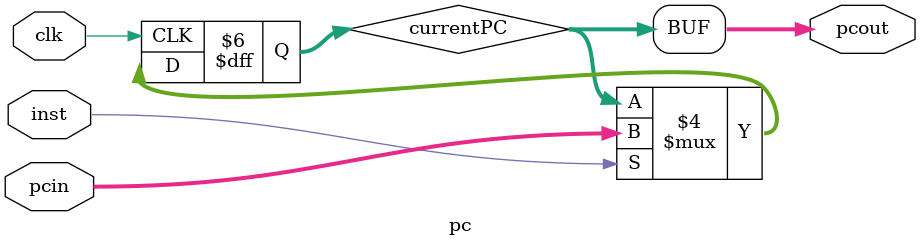
<source format=v>
module pc(clk, pcin, inst, pcout);
    input clk;
    input [31:0]pcin;
    input inst;//控制pc写的信号量
    output wire[31:0]pcout;

    reg [31:0]currentPC;
    
    initial
        currentPC = 32'h0000_3000;

    always@(posedge clk)
    begin
        if(inst)begin
            currentPC = pcin;
            $display("PC:\t%x", currentPC);
        end
    end

    assign pcout = currentPC;

endmodule
</source>
